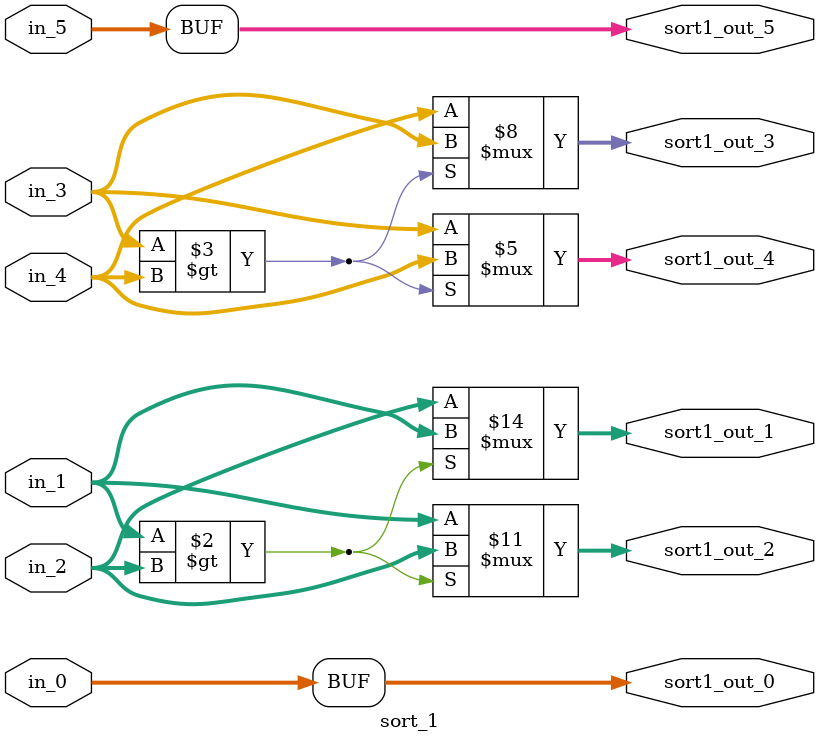
<source format=v>
module SMC(
  // Input signals
    mode,
    W_0, V_GS_0, V_DS_0,
    W_1, V_GS_1, V_DS_1,
    W_2, V_GS_2, V_DS_2,
    W_3, V_GS_3, V_DS_3,
    W_4, V_GS_4, V_DS_4,
    W_5, V_GS_5, V_DS_5,   
  // Output signals
    out_n
);

//================================================================
//   INPUT AND OUTPUT DECLARATION                         
//================================================================
input [2:0] W_0, V_GS_0, V_DS_0;
input [2:0] W_1, V_GS_1, V_DS_1;
input [2:0] W_2, V_GS_2, V_DS_2;
input [2:0] W_3, V_GS_3, V_DS_3;
input [2:0] W_4, V_GS_4, V_DS_4;
input [2:0] W_5, V_GS_5, V_DS_5;
input [1:0] mode;
//output [8:0] out_n;         							// use this if using continuous assignment for out_n  // Ex: assign out_n = XXX;
output reg [9:0] out_n; 								// use this if using procedure assignment for out_n   // Ex: always@(*) begin out_n = XXX; end

//================================================================
//    Wire & Registers 
//================================================================
// Declare the wire/reg you would use in your circuit
// remember 
// wire for port connection and cont. assignment
// reg for proc. assignment


wire [6:0]	sel_0, sel_1, sel_2, sel_3, sel_4, sel_5;
wire [6:0]	id_0, id_1, id_2, id_3, id_4, id_5;
wire [3:0]	gm_0, gm_1, gm_2, gm_3, gm_4, gm_5;
wire [9:0]	cal_out_0, cal_out_1, cal_out_2, cal_out_3, cal_out_4, cal_out_5;
wire [9:0]	sort0_out_0, sort0_out_1, sort0_out_2, sort0_out_3, sort0_out_4, sort0_out_5,
			sort1_out_0, sort1_out_1, sort1_out_2, sort1_out_3, sort1_out_4, sort1_out_5,
			sort2_out_0, sort2_out_1, sort2_out_2, sort2_out_3, sort2_out_4, sort2_out_5,
			sort3_out_0, sort3_out_1, sort3_out_2, sort3_out_3, sort3_out_4, sort3_out_5,
			sort4_out_0, sort4_out_1, sort4_out_2, sort4_out_3, sort4_out_4, sort4_out_5,
			sort5_out_0, sort5_out_1, sort5_out_2, sort5_out_3, sort5_out_4, sort5_out_5;
wire [9:0]	mulin_1, mulin_2, mulin_3;
//wire [9:0] 	add_1, add_2, add_3;
wire [9:0] 	secadd_1, secadd_2, secadd_3;



//================================================================
//    DESIGN
//================================================================
// --------------------------------------------------
// write your design here
// --------------------------------------------------

cal_id cal_id(		.W_0(W_0), .V_GS_0(V_GS_0), .V_DS_0(V_DS_0),
					.W_1(W_1), .V_GS_1(V_GS_1), .V_DS_1(V_DS_1),
					.W_2(W_2), .V_GS_2(V_GS_2), .V_DS_2(V_DS_2),
					.W_3(W_3), .V_GS_3(V_GS_3), .V_DS_3(V_DS_3),
					.W_4(W_4), .V_GS_4(V_GS_4), .V_DS_4(V_DS_4),
					.W_5(W_5), .V_GS_5(V_GS_5), .V_DS_5(V_DS_5),
					.id_0(id_0), .id_1(id_1), .id_2(id_2), .id_3(id_3), .id_4(id_4), .id_5(id_5));
cal_gm cal_gm(		.W_0(W_0), .V_GS_0(V_GS_0), .V_DS_0(V_DS_0),
					.W_1(W_1), .V_GS_1(V_GS_1), .V_DS_1(V_DS_1),
					.W_2(W_2), .V_GS_2(V_GS_2), .V_DS_2(V_DS_2),
					.W_3(W_3), .V_GS_3(V_GS_3), .V_DS_3(V_DS_3),
					.W_4(W_4), .V_GS_4(V_GS_4), .V_DS_4(V_DS_4),
					.W_5(W_5), .V_GS_5(V_GS_5), .V_DS_5(V_DS_5),
					.gm_0(gm_0), .gm_1(gm_1), .gm_2(gm_2), .gm_3(gm_3), .gm_4(gm_4), .gm_5(gm_5));

cal	cal(			.mode_0(mode[0]), .W_0(W_0), .W_1(W_1), .W_2(W_2), .W_3(W_3), .W_4(W_4), .W_5(W_5), 
					.in_0(sel_0), .in_1(sel_1), .in_2(sel_2), .in_3(sel_3), .in_4(sel_4), .in_5(sel_5),
					.cal_out_0(cal_out_0), .cal_out_1(cal_out_1), .cal_out_2(cal_out_2), .cal_out_3(cal_out_3), .cal_out_4(cal_out_4), .cal_out_5(cal_out_5)
					);

sort_0 sort_0		(.in_0(cal_out_0), .in_1(cal_out_1), .in_2(cal_out_2), .in_3(cal_out_3), .in_4(cal_out_4), .in_5(cal_out_5),
					.sort0_out_0(sort0_out_0), .sort0_out_1(sort0_out_1), .sort0_out_2(sort0_out_2), .sort0_out_3(sort0_out_3), .sort0_out_4(sort0_out_4), .sort0_out_5(sort0_out_5));

sort_1 sort_1		(.in_0(sort0_out_0), .in_1(sort0_out_1), .in_2(sort0_out_2), .in_3(sort0_out_3), .in_4(sort0_out_4), .in_5(sort0_out_5),
					.sort1_out_0(sort1_out_0), .sort1_out_1(sort1_out_1), .sort1_out_2(sort1_out_2), .sort1_out_3(sort1_out_3), .sort1_out_4(sort1_out_4), .sort1_out_5(sort1_out_5));

sort_0 sort_2		(.in_0(sort1_out_0), .in_1(sort1_out_1), .in_2(sort1_out_2), .in_3(sort1_out_3), .in_4(sort1_out_4), .in_5(sort1_out_5),
					.sort0_out_0(sort2_out_0), .sort0_out_1(sort2_out_1), .sort0_out_2(sort2_out_2), .sort0_out_3(sort2_out_3), .sort0_out_4(sort2_out_4), .sort0_out_5(sort2_out_5));

sort_1 sort_3		(.in_0(sort2_out_0), .in_1(sort2_out_1), .in_2(sort2_out_2), .in_3(sort2_out_3), .in_4(sort2_out_4), .in_5(sort2_out_5),
					.sort1_out_0(sort3_out_0), .sort1_out_1(sort3_out_1), .sort1_out_2(sort3_out_2), .sort1_out_3(sort3_out_3), .sort1_out_4(sort3_out_4), .sort1_out_5(sort3_out_5));

sort_0 sort_4		(.in_0(sort3_out_0), .in_1(sort3_out_1), .in_2(sort3_out_2), .in_3(sort3_out_3), .in_4(sort3_out_4), .in_5(sort3_out_5),
					.sort0_out_0(sort4_out_0), .sort0_out_1(sort4_out_1), .sort0_out_2(sort4_out_2), .sort0_out_3(sort4_out_3), .sort0_out_4(sort4_out_4), .sort0_out_5(sort4_out_5));

sort_1 sort_5		(.in_0(sort4_out_0), .in_1(sort4_out_1), .in_2(sort4_out_2), .in_3(sort4_out_3), .in_4(sort4_out_4), .in_5(sort4_out_5),
					.sort1_out_0(sort5_out_0), .sort1_out_1(sort5_out_1), .sort1_out_2(sort5_out_2), .sort1_out_3(sort5_out_3), .sort1_out_4(sort5_out_4), .sort1_out_5(sort5_out_5));




assign	sel_0 = (mode[0])	?	id_0 : gm_0;
assign	sel_1 = (mode[0])	?	id_1 : gm_1;
assign	sel_2 = (mode[0])	?	id_2 : gm_2;
assign	sel_3 = (mode[0])	?	id_3 : gm_3;
assign	sel_4 = (mode[0])	?	id_4 : gm_4;
assign	sel_5 = (mode[0])	?	id_5 : gm_5;


//cal ans


assign	mulin_1 = mode[1]	?	sort5_out_0	:	sort5_out_3;
assign	mulin_2 = mode[1]	?	sort5_out_1	:	sort5_out_4;
assign	mulin_3 = mode[1]	?	sort5_out_2	:	sort5_out_5;

assign	secadd_1 = mode[0] ? 3 * mulin_1 : mulin_1;
assign	secadd_2 = mode[0] ? 4 * mulin_2 : mulin_2;
assign	secadd_3 = mode[0] ? 5 * mulin_3 : mulin_3;

always@(*) begin
	out_n = secadd_1 + secadd_2 + secadd_3;
end 




endmodule

//================================================================
//   SUB MODULE
//================================================================

// module BBQ (meat,vagetable,water,cost);
// input XXX;
// output XXX;
// 
// endmodule

// --------------------------------------------------
// Example for using submodule 
// BBQ bbq0(.meat(meat_0), .vagetable(vagetable_0), .water(water_0),.cost(cost[0]));
// --------------------------------------------------
// Example for continuous assignment
// assign out_n = XXX;
// --------------------------------------------------
// Example for procedure assignment
// always@(*) begin 
// 	out_n = XXX; 
// end
// --------------------------------------------------
// Example for case statement
// always @(*) begin
// 	case(op)
// 		2'b00: output_reg = a + b;
// 		2'b10: output_reg = a - b;
// 		2'b01: output_reg = a * b;
// 		2'b11: output_reg = a / b;
// 		default: output_reg = 0;
// 	endcase
// end
// --------------------------------------------------

module	cal_id(		W_0, V_GS_0, V_DS_0,
					W_1, V_GS_1, V_DS_1,
					W_2, V_GS_2, V_DS_2,
					W_3, V_GS_3, V_DS_3,
					W_4, V_GS_4, V_DS_4,
					W_5, V_GS_5, V_DS_5,
					id_0, id_1, id_2, id_3, id_4, id_5
);

input [2:0] W_0, V_GS_0, V_DS_0;
input [2:0] W_1, V_GS_1, V_DS_1;
input [2:0] W_2, V_GS_2, V_DS_2;
input [2:0] W_3, V_GS_3, V_DS_3;
input [2:0] W_4, V_GS_4, V_DS_4;
input [2:0] W_5, V_GS_5, V_DS_5;
output[6:0]	id_0, id_1, id_2, id_3, id_4, id_5;

assign id_0 = (V_GS_0  > (V_DS_0 + 1))	?	V_DS_0 * ((V_GS_0 * 2) - 2 - V_DS_0) : (V_GS_0 * V_GS_0 - V_GS_0 * 2 + 1);
assign id_1 = (V_GS_1  > (V_DS_1 + 1))	?	V_DS_1 * ((V_GS_1 * 2) - 2 - V_DS_1) : (V_GS_1 * V_GS_1 - V_GS_1 * 2 + 1);
assign id_2 = (V_GS_2  > (V_DS_2 + 1))	?	V_DS_2 * ((V_GS_2 * 2) - 2 - V_DS_2) : (V_GS_2 * V_GS_2 - V_GS_2 * 2 + 1);
assign id_3 = (V_GS_3  > (V_DS_3 + 1))	?	V_DS_3 * ((V_GS_3 * 2) - 2 - V_DS_3) : (V_GS_3 * V_GS_3 - V_GS_3 * 2 + 1);
assign id_4 = (V_GS_4  > (V_DS_4 + 1))	?	V_DS_4 * ((V_GS_4 * 2) - 2 - V_DS_4) : (V_GS_4 * V_GS_4 - V_GS_4 * 2 + 1);
assign id_5 = (V_GS_5  > (V_DS_5 + 1))	?	V_DS_5 * ((V_GS_5 * 2) - 2 - V_DS_5) : (V_GS_5 * V_GS_5 - V_GS_5 * 2 + 1);


endmodule
module cal_gm(		W_0, V_GS_0, V_DS_0,
					W_1, V_GS_1, V_DS_1,
					W_2, V_GS_2, V_DS_2,
					W_3, V_GS_3, V_DS_3,
					W_4, V_GS_4, V_DS_4,
					W_5, V_GS_5, V_DS_5,
					gm_0, gm_1, gm_2, gm_3, gm_4, gm_5
);

input [2:0] W_0, V_GS_0, V_DS_0;
input [2:0] W_1, V_GS_1, V_DS_1;
input [2:0] W_2, V_GS_2, V_DS_2;
input [2:0] W_3, V_GS_3, V_DS_3;
input [2:0] W_4, V_GS_4, V_DS_4;
input [2:0] W_5, V_GS_5, V_DS_5;
output [3:0]	gm_0, gm_1, gm_2, gm_3, gm_4, gm_5;
wire  [2:0]	tmp_0, tmp_1, tmp_2, tmp_3, tmp_4, tmp_5;

assign tmp_0 = (V_GS_0  > (V_DS_0 + 1))	?  V_DS_0 : (V_GS_0 - 1) ;
assign tmp_1 = (V_GS_1  > (V_DS_1 + 1))	?  V_DS_1 : (V_GS_1 - 1) ;
assign tmp_2 = (V_GS_2  > (V_DS_2 + 1))	?  V_DS_2 : (V_GS_2 - 1) ;
assign tmp_3 = (V_GS_3  > (V_DS_3 + 1))	?  V_DS_3 : (V_GS_3 - 1) ;
assign tmp_4 = (V_GS_4  > (V_DS_4 + 1))	?  V_DS_4 : (V_GS_4 - 1) ;
assign tmp_5 = (V_GS_5  > (V_DS_5 + 1))	?  V_DS_5 : (V_GS_5 - 1) ;

assign gm_0 = tmp_0 * 2;
assign gm_1 = tmp_1 * 2;
assign gm_2 = tmp_2 * 2;
assign gm_3 = tmp_3 * 2;
assign gm_4 = tmp_4 * 2;
assign gm_5 = tmp_5 * 2;

endmodule


module cal(mode_0, W_0, W_1, W_2, W_3, W_4, W_5, in_0, in_1, in_2, in_3, in_4, in_5, cal_out_0, cal_out_1, cal_out_2, cal_out_3, cal_out_4, cal_out_5);

input	mode_0;
input	[2:0]	W_0, W_1, W_2, W_3, W_4, W_5;
input	[6:0]	in_0, in_1, in_2, in_3, in_4, in_5;
output	[9:0]	cal_out_0, cal_out_1, cal_out_2, cal_out_3, cal_out_4, cal_out_5;




assign	cal_out_0 = ((W_0 * in_0)) / 3;
assign	cal_out_1 = ((W_1 * in_1)) / 3;
assign	cal_out_2 = ((W_2 * in_2)) / 3;
assign	cal_out_3 = ((W_3 * in_3)) / 3;
assign	cal_out_4 = ((W_4 * in_4)) / 3;
assign	cal_out_5 = ((W_5 * in_5)) / 3;


endmodule




module sort_0(in_0, in_1, in_2, in_3, in_4, in_5, sort0_out_0, sort0_out_1, sort0_out_2, sort0_out_3, sort0_out_4, sort0_out_5);

input	[9:0]	in_0, in_1, in_2, in_3, in_4, in_5;
output	reg [9:0]	sort0_out_0, sort0_out_1, sort0_out_2, sort0_out_3, sort0_out_4, sort0_out_5;


always@(*) begin
 			if(in_0 > in_1) begin
				sort0_out_0 = in_0;
				sort0_out_1 = in_1;
			end
			else begin
				sort0_out_0 = in_1;
				sort0_out_1 = in_0;
			end
			if(in_2 > in_3) begin
				sort0_out_2 = in_2;
				sort0_out_3 = in_3;
			end
			else begin
				sort0_out_2 = in_3;
				sort0_out_3 = in_2;
			end
			if(in_4 > in_5) begin
				sort0_out_4 = in_4;
				sort0_out_5 = in_5;
			end
			else begin
				sort0_out_4 = in_5;
				sort0_out_5 = in_4;
			end
 end  
endmodule

module sort_1(in_0, in_1, in_2, in_3, in_4, in_5, sort1_out_0, sort1_out_1, sort1_out_2, sort1_out_3, sort1_out_4, sort1_out_5);

input	[9:0]	in_0, in_1, in_2, in_3, in_4, in_5;
output	reg [9:0]	sort1_out_0, sort1_out_1, sort1_out_2, sort1_out_3, sort1_out_4, sort1_out_5;

always@(*) begin
			sort1_out_0 = in_0;
			
 			if(in_1 > in_2) begin
				sort1_out_1 = in_1;
				sort1_out_2 = in_2;
			end
			else begin
				sort1_out_1 = in_2;
				sort1_out_2 = in_1;
			end
			if(in_3 > in_4) begin
				sort1_out_3 = in_3;
				sort1_out_4 = in_4;
			end
			else begin
				sort1_out_3 = in_4;
				sort1_out_4 = in_3;
			end 			
			
			sort1_out_5 = in_5;
end 
endmodule


























</source>
